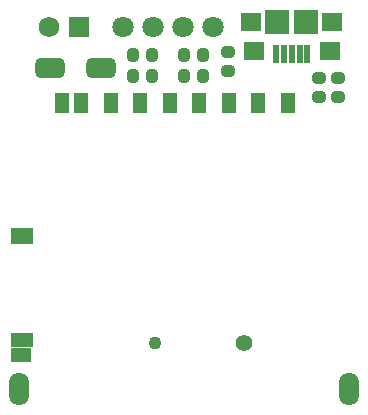
<source format=gts>
G04 Layer_Color=8388736*
%FSLAX44Y44*%
%MOMM*%
G71*
G01*
G75*
%ADD47R,1.2032X1.8032*%
%ADD48R,1.9532X1.4032*%
%ADD49R,1.9532X1.2032*%
%ADD50R,1.7532X1.2032*%
G04:AMPARAMS|DCode=51|XSize=1.1532mm|YSize=1.0032mm|CornerRadius=0.3016mm|HoleSize=0mm|Usage=FLASHONLY|Rotation=90.000|XOffset=0mm|YOffset=0mm|HoleType=Round|Shape=RoundedRectangle|*
%AMROUNDEDRECTD51*
21,1,1.1532,0.4000,0,0,90.0*
21,1,0.5500,1.0032,0,0,90.0*
1,1,0.6032,0.2000,0.2750*
1,1,0.6032,0.2000,-0.2750*
1,1,0.6032,-0.2000,-0.2750*
1,1,0.6032,-0.2000,0.2750*
%
%ADD51ROUNDEDRECTD51*%
G04:AMPARAMS|DCode=52|XSize=1.1532mm|YSize=1.0032mm|CornerRadius=0.3016mm|HoleSize=0mm|Usage=FLASHONLY|Rotation=0.000|XOffset=0mm|YOffset=0mm|HoleType=Round|Shape=RoundedRectangle|*
%AMROUNDEDRECTD52*
21,1,1.1532,0.4000,0,0,0.0*
21,1,0.5500,1.0032,0,0,0.0*
1,1,0.6032,0.2750,-0.2000*
1,1,0.6032,-0.2750,-0.2000*
1,1,0.6032,-0.2750,0.2000*
1,1,0.6032,0.2750,0.2000*
%
%ADD52ROUNDEDRECTD52*%
%ADD53R,1.8032X1.6032*%
%ADD54R,0.6032X1.6032*%
%ADD55R,1.6532X1.5032*%
%ADD56R,2.1032X2.1032*%
G04:AMPARAMS|DCode=57|XSize=2.5032mm|YSize=1.7532mm|CornerRadius=0.4891mm|HoleSize=0mm|Usage=FLASHONLY|Rotation=0.000|XOffset=0mm|YOffset=0mm|HoleType=Round|Shape=RoundedRectangle|*
%AMROUNDEDRECTD57*
21,1,2.5032,0.7750,0,0,0.0*
21,1,1.5250,1.7532,0,0,0.0*
1,1,0.9782,0.7625,-0.3875*
1,1,0.9782,-0.7625,-0.3875*
1,1,0.9782,-0.7625,0.3875*
1,1,0.9782,0.7625,0.3875*
%
%ADD57ROUNDEDRECTD57*%
%ADD58O,1.7032X2.8032*%
%ADD59R,1.7272X1.7272*%
%ADD60C,1.7272*%
%ADD61C,1.4032*%
%ADD62C,1.1032*%
%ADD63C,1.8032*%
D47*
X48250Y296000D02*
D03*
X64750D02*
D03*
X89750D02*
D03*
X114750D02*
D03*
X239750D02*
D03*
X214750D02*
D03*
X189750D02*
D03*
X164750D02*
D03*
X139750D02*
D03*
D48*
X14750Y183000D02*
D03*
D49*
Y95000D02*
D03*
D50*
X13750Y82000D02*
D03*
D51*
X152000Y336000D02*
D03*
X168000D02*
D03*
X152000Y319000D02*
D03*
X168000D02*
D03*
X125000Y319000D02*
D03*
X109000Y319000D02*
D03*
X109000Y336000D02*
D03*
X125000Y336000D02*
D03*
D52*
X282000Y317000D02*
D03*
X282000Y301000D02*
D03*
X266000Y301000D02*
D03*
Y317000D02*
D03*
X189500Y339250D02*
D03*
Y323250D02*
D03*
D53*
X210750Y339500D02*
D03*
X275250D02*
D03*
D54*
X243000Y337500D02*
D03*
X249750D02*
D03*
X236250D02*
D03*
X256250D02*
D03*
X229750D02*
D03*
D55*
X208750Y364000D02*
D03*
X277250D02*
D03*
D56*
X255000D02*
D03*
X231000D02*
D03*
D57*
X38500Y325000D02*
D03*
X81500D02*
D03*
D58*
X12000Y54000D02*
D03*
X291500D02*
D03*
D59*
X62700Y360000D02*
D03*
D60*
X37300D02*
D03*
D61*
X202500Y92500D02*
D03*
D62*
X127500D02*
D03*
D63*
X100000Y360000D02*
D03*
X125400D02*
D03*
X150800D02*
D03*
X176200D02*
D03*
M02*

</source>
